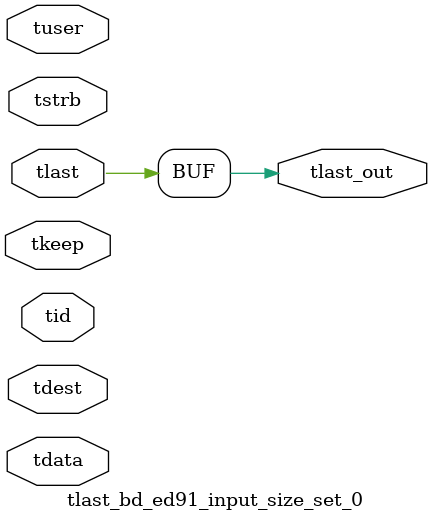
<source format=v>


`timescale 1ps/1ps

module tlast_bd_ed91_input_size_set_0 #
(
parameter C_S_AXIS_TID_WIDTH   = 1,
parameter C_S_AXIS_TUSER_WIDTH = 0,
parameter C_S_AXIS_TDATA_WIDTH = 0,
parameter C_S_AXIS_TDEST_WIDTH = 0
)
(
input  [(C_S_AXIS_TID_WIDTH   == 0 ? 1 : C_S_AXIS_TID_WIDTH)-1:0       ] tid,
input  [(C_S_AXIS_TDATA_WIDTH == 0 ? 1 : C_S_AXIS_TDATA_WIDTH)-1:0     ] tdata,
input  [(C_S_AXIS_TUSER_WIDTH == 0 ? 1 : C_S_AXIS_TUSER_WIDTH)-1:0     ] tuser,
input  [(C_S_AXIS_TDEST_WIDTH == 0 ? 1 : C_S_AXIS_TDEST_WIDTH)-1:0     ] tdest,
input  [(C_S_AXIS_TDATA_WIDTH/8)-1:0 ] tkeep,
input  [(C_S_AXIS_TDATA_WIDTH/8)-1:0 ] tstrb,
input  [0:0]                                                             tlast,
output                                                                   tlast_out
);

assign tlast_out = {tlast};

endmodule


</source>
